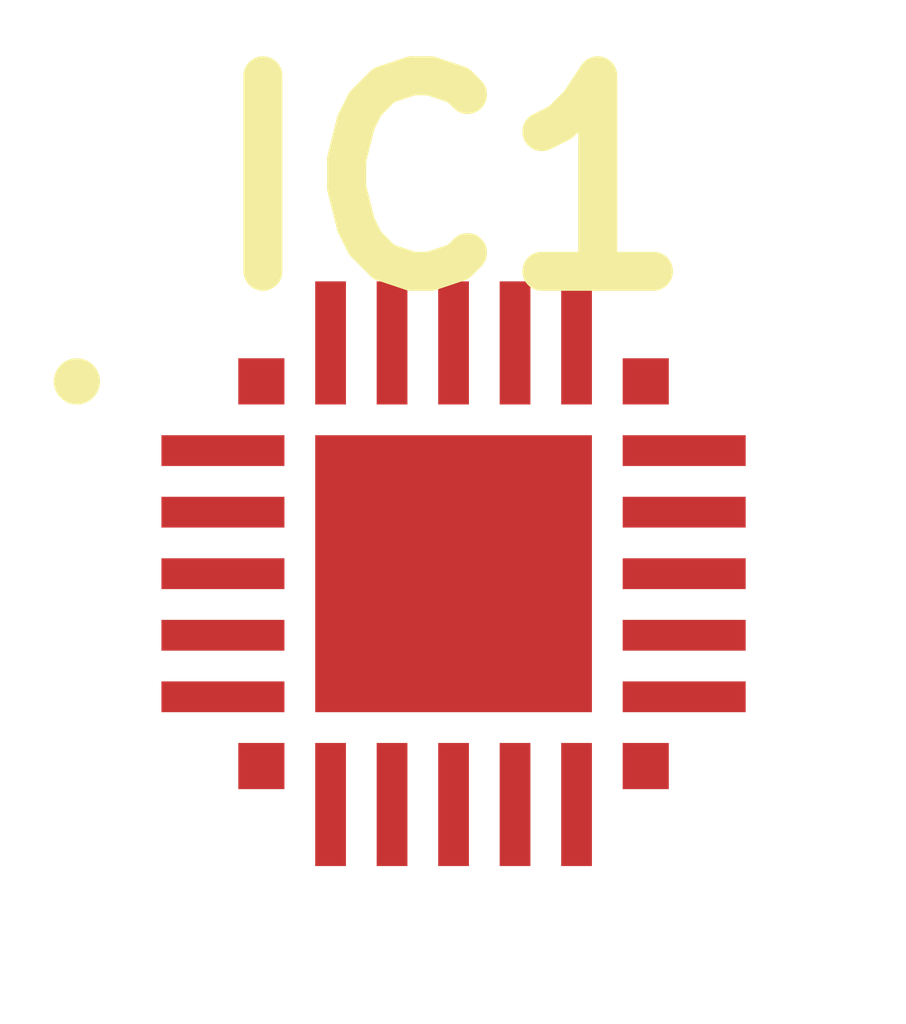
<source format=kicad_pcb>
(kicad_pcb (version 20211014) (generator pcbnew)
  (layers (0 "F.Cu" signal) (31 "B.Cu" signal) (34 "B.Paste" user) (35 "F.Paste" user) (36 "B.SilkS" user "B.Silkscreen") (37 "F.SilkS" user "F.Silkscreen") (38 "B.Mask" user) (39 "F.Mask" user) (44 "Edge.Cuts" user))
  (net 0 "")
  (footprint "EFM8BB31F16G-D-QFN24:EFM8BB31F16GDQFN24" (layer "F.Cu") (at 134.62 78.74)
    (fp_text reference "IC1" (at 0 -2.54) (layer "F.SilkS") (effects (font (size 1.27 1.27) (thickness 0.254))))
    (fp_text value "EFM8BB31F16G-D-QFN24" hide)
    (fp_line (start -2.4 -1.25) (end -2.4 -1.25) (layer "F.SilkS") (width 0.2))
    (fp_line (start -2.5 -1.25) (end -2.5 -1.25) (layer "F.SilkS") (width 0.2))
    (fp_line (start -2.5 -1.25) (end -2.5 -1.25) (layer "F.SilkS") (width 0.2))
    (fp_arc (start -2.5 -1.25) (mid -2.45 -1.3) (end -2.4 -1.25) (layer "F.SilkS") (width 0.2))
    (fp_arc (start -2.4 -1.25) (mid -2.45 -1.2) (end -2.5 -1.25) (layer "F.SilkS") (width 0.2))
    (fp_arc (start -2.4 -1.25) (mid -2.45 -1.2) (end -2.5 -1.25) (layer "F.SilkS") (width 0.2))
    (pad "1" smd rect (at -1.25 -1.25 90) (size 0.3 0.3) (layers "F.Cu" "F.Paste" "F.Mask"))
    (pad "2" smd rect (at -1.5 -0.8 90) (size 0.2 0.8) (layers "F.Cu" "F.Paste" "F.Mask"))
    (pad "3" smd rect (at -1.5 -0.4 90) (size 0.2 0.8) (layers "F.Cu" "F.Paste" "F.Mask"))
    (pad "4" smd rect (at -1.5 0 90) (size 0.2 0.8) (layers "F.Cu" "F.Paste" "F.Mask"))
    (pad "5" smd rect (at -1.5 0.4 90) (size 0.2 0.8) (layers "F.Cu" "F.Paste" "F.Mask"))
    (pad "6" smd rect (at -1.5 0.8 90) (size 0.2 0.8) (layers "F.Cu" "F.Paste" "F.Mask"))
    (pad "7" smd rect (at -1.25 1.25 90) (size 0.3 0.3) (layers "F.Cu" "F.Paste" "F.Mask"))
    (pad "8" smd rect (at -0.8 1.5) (size 0.2 0.8) (layers "F.Cu" "F.Paste" "F.Mask"))
    (pad "9" smd rect (at -0.4 1.5) (size 0.2 0.8) (layers "F.Cu" "F.Paste" "F.Mask"))
    (pad "10" smd rect (at 0 1.5) (size 0.2 0.8) (layers "F.Cu" "F.Paste" "F.Mask"))
    (pad "11" smd rect (at 0.4 1.5) (size 0.2 0.8) (layers "F.Cu" "F.Paste" "F.Mask"))
    (pad "12" smd rect (at 0.8 1.5) (size 0.2 0.8) (layers "F.Cu" "F.Paste" "F.Mask"))
    (pad "13" smd rect (at 1.25 1.25 90) (size 0.3 0.3) (layers "F.Cu" "F.Paste" "F.Mask"))
    (pad "14" smd rect (at 1.5 0.8 90) (size 0.2 0.8) (layers "F.Cu" "F.Paste" "F.Mask"))
    (pad "15" smd rect (at 1.5 0.4 90) (size 0.2 0.8) (layers "F.Cu" "F.Paste" "F.Mask"))
    (pad "16" smd rect (at 1.5 0 90) (size 0.2 0.8) (layers "F.Cu" "F.Paste" "F.Mask"))
    (pad "17" smd rect (at 1.5 -0.4 90) (size 0.2 0.8) (layers "F.Cu" "F.Paste" "F.Mask"))
    (pad "18" smd rect (at 1.5 -0.8 90) (size 0.2 0.8) (layers "F.Cu" "F.Paste" "F.Mask"))
    (pad "19" smd rect (at 1.25 -1.25 90) (size 0.3 0.3) (layers "F.Cu" "F.Paste" "F.Mask"))
    (pad "20" smd rect (at 0.8 -1.5) (size 0.2 0.8) (layers "F.Cu" "F.Paste" "F.Mask"))
    (pad "21" smd rect (at 0.4 -1.5) (size 0.2 0.8) (layers "F.Cu" "F.Paste" "F.Mask"))
    (pad "22" smd rect (at 0 -1.5) (size 0.2 0.8) (layers "F.Cu" "F.Paste" "F.Mask"))
    (pad "23" smd rect (at -0.4 -1.5) (size 0.2 0.8) (layers "F.Cu" "F.Paste" "F.Mask"))
    (pad "24" smd rect (at -0.8 -1.5) (size 0.2 0.8) (layers "F.Cu" "F.Paste" "F.Mask"))
    (pad "25" smd rect (at 0 0) (size 1.8 1.8) (layers "F.Cu" "F.Paste" "F.Mask"))
  )
)
</source>
